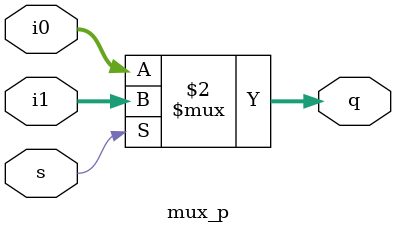
<source format=v>
`timescale 1ns / 1ps


module mux_p(i0,i1,s,q);


parameter BUS_WIDTH = 5; 	//Default BusWidth

input [BUS_WIDTH-1:0]i0;	//Inputs
input [BUS_WIDTH-1:0]i1;	
input s;					//Select Lines
output [BUS_WIDTH-1:0]q;	//Output

assign q = (s==0) ? i0:i1;	//logic of mux

endmodule

</source>
